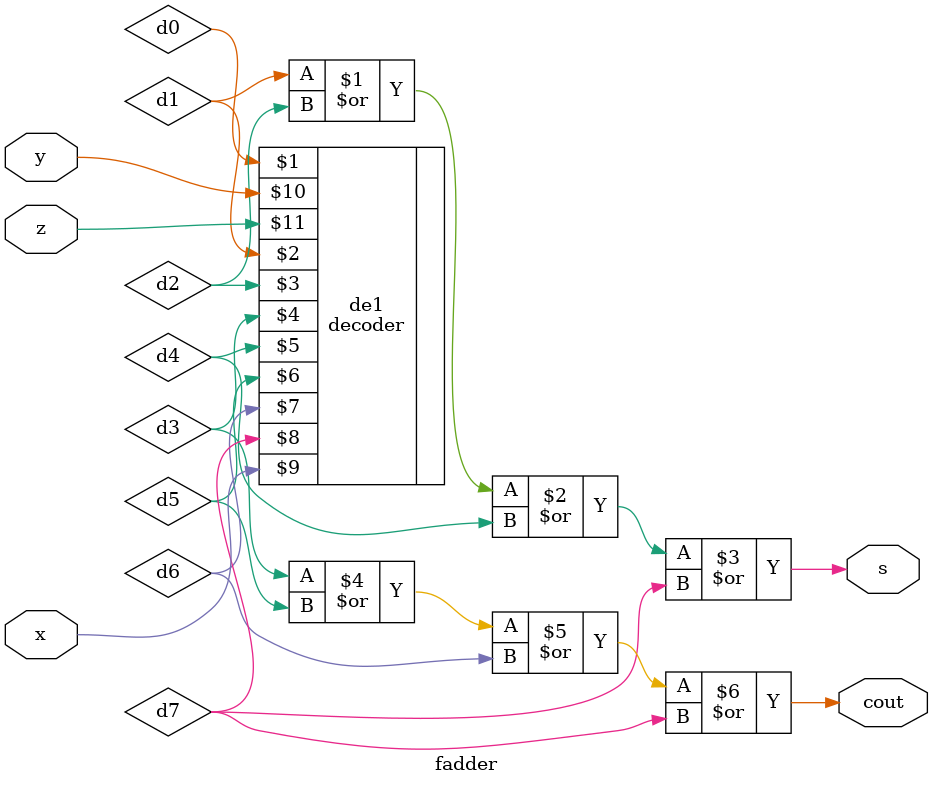
<source format=v>
`include "1_a.v"
module fadder(
    output s,cout,
    input x,y,z
);
wire d0,d1,d2,d3,d4,d5,d6,d7;
decoder de1(d0,d1,d2,d3,d4,d5,d6,d7,x,y,z);

or o1(s,d1,d2,d4,d7);
or o2(cout,d3,d5,d6,d7);





endmodule
</source>
